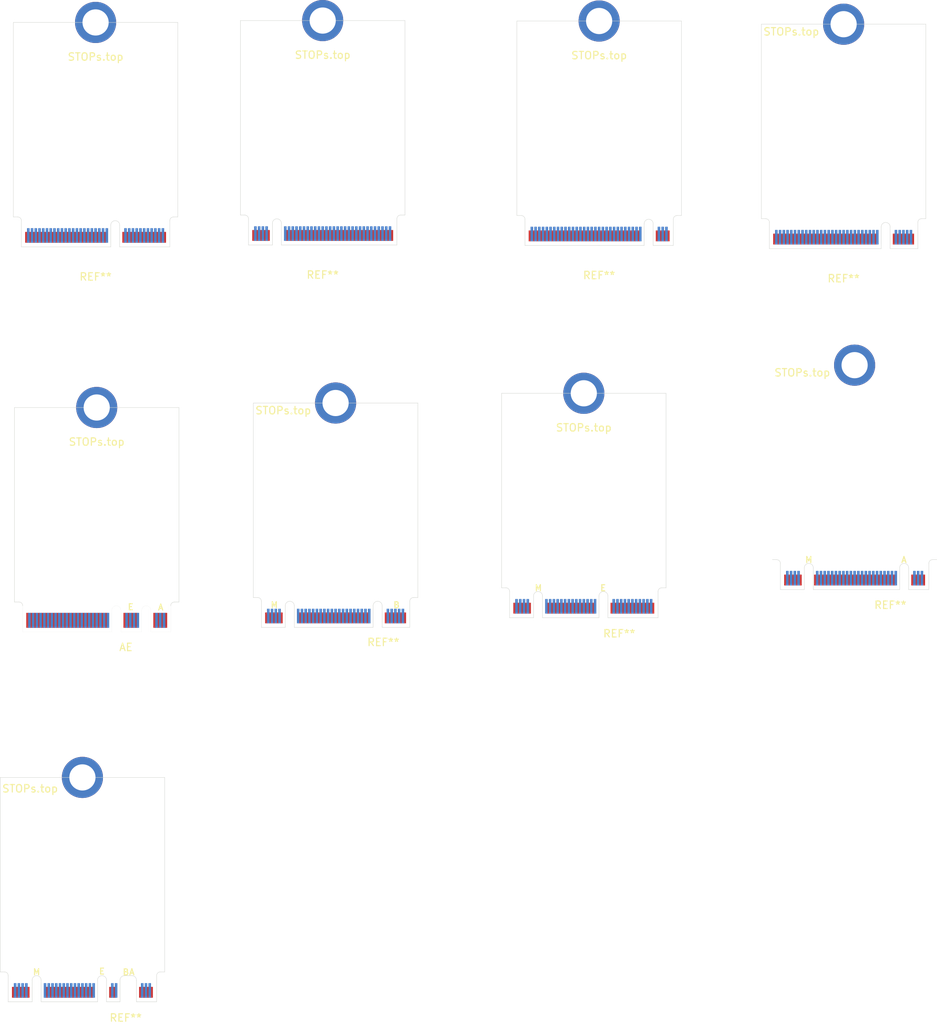
<source format=kicad_pcb>
(kicad_pcb (version 20211014) (generator pcbnew)
  (layers (0 "F.Cu" signal) (31 "B.Cu" signal) (34 "B.Paste" user) (35 "F.Paste" user) (36 "B.SilkS" user "B.Silkscreen") (37 "F.SilkS" user "F.Silkscreen") (38 "B.Mask" user) (39 "F.Mask" user) (44 "Edge.Cuts" user))
  (net 0 "")
  (footprint "m2ngff:m2-2230" (layer "F.Cu") (at 79.58 116.06)
    (fp_text reference "STOPs.top")
    (fp_text value "NGFF-BM2230")
  )
  (footprint "ngff:NGFF_A" (layer "F.Cu") (at 114.83 64.995)
    (fp_text reference "REF**")
    (fp_text value "NGFF_A")
    (fp_line (start 7.225 0) (end 9.925 0) (layer "Edge.Cuts") (width 0.05))
    (fp_line (start -9.925 -3.5) (end -9.925 0) (layer "Edge.Cuts") (width 0.05))
    (fp_line (start 0 0) (end 6.025 0) (layer "Edge.Cuts") (width 0.05))
    (fp_line (start 6.025 0) (end 6.025 -2.9) (layer "Edge.Cuts") (width 0.05))
    (fp_line (start 10.425 -4) (end 11 -4) (layer "Edge.Cuts") (width 0.05))
    (fp_line (start -11 -4) (end -10.425 -4) (layer "Edge.Cuts") (width 0.05))
    (fp_line (start 7.225 -2.9) (end 7.225 0) (layer "Edge.Cuts") (width 0.05))
    (fp_line (start 9.925 0) (end 9.925 -3.5) (layer "Edge.Cuts") (width 0.05))
    (fp_line (start -9.925 0) (end 0 0) (layer "Edge.Cuts") (width 0.05))
    (fp_arc (start -10.425 -4) (mid -10.071447 -3.853553) (end -9.925 -3.5) (layer "Edge.Cuts") (width 0.05))
    (fp_arc (start 6.025 -2.9) (mid 6.625 -3.5) (end 7.225 -2.9) (layer "Edge.Cuts") (width 0.05))
    (fp_arc (start 9.925 -3.5) (mid 10.071447 -3.853553) (end 10.425 -4) (layer "Edge.Cuts") (width 0.05))
  )
  (footprint "ngff:NGFF_BM" (layer "F.Cu") (at 79.58 116.06)
    (fp_text reference "REF**")
    (fp_text value "NGFF_B+M")
    (fp_line (start 5.025 0) (end 5.025 -2.9) (layer "Edge.Cuts") (width 0.05))
    (fp_line (start 10.425 -4) (end 11 -4) (layer "Edge.Cuts") (width 0.05))
    (fp_line (start 9.925 0) (end 9.925 -3.5) (layer "Edge.Cuts") (width 0.05))
    (fp_line (start -6.725 0) (end -6.725 -2.9) (layer "Edge.Cuts") (width 0.05))
    (fp_line (start 0 0) (end 5.025 0) (layer "Edge.Cuts") (width 0.05))
    (fp_line (start 6.225 -2.9) (end 6.225 0) (layer "Edge.Cuts") (width 0.05))
    (fp_line (start -9.925 -3.5) (end -9.925 0) (layer "Edge.Cuts") (width 0.05))
    (fp_line (start -5.525 0) (end 0 0) (layer "Edge.Cuts") (width 0.05))
    (fp_line (start -11 -4) (end -10.425 -4) (layer "Edge.Cuts") (width 0.05))
    (fp_line (start 6.225 0) (end 9.925 0) (layer "Edge.Cuts") (width 0.05))
    (fp_line (start -9.925 0) (end -6.725 0) (layer "Edge.Cuts") (width 0.05))
    (fp_line (start -5.525 -2.9) (end -5.525 0) (layer "Edge.Cuts") (width 0.05))
    (fp_arc (start -6.725 -2.9) (mid -6.125 -3.5) (end -5.525 -2.9) (layer "Edge.Cuts") (width 0.05))
    (fp_arc (start 9.925 -3.5) (mid 10.071447 -3.853553) (end 10.425 -4) (layer "Edge.Cuts") (width 0.05))
    (fp_arc (start 5.025 -2.9) (mid 5.625 -3.5) (end 6.225 -2.9) (layer "Edge.Cuts") (width 0.05))
    (fp_arc (start -10.425 -4) (mid -10.071447 -3.853553) (end -9.925 -3.5) (layer "Edge.Cuts") (width 0.05))
  )
  (footprint "ngff:NGFF_AM" (layer "F.Cu") (at 149 111)
    (fp_text reference "REF**")
    (fp_text value "NGFF_AM")
    (fp_line (start -11 -4) (end -10.425 -4) (layer "Edge.Cuts") (width 0.05))
    (fp_line (start 9.925 0) (end 9.925 -3.5) (layer "Edge.Cuts") (width 0.05))
    (fp_line (start 7.225 0) (end 9.925 0) (layer "Edge.Cuts") (width 0.05))
    (fp_line (start -5.525 0) (end 6.025 0) (layer "Edge.Cuts") (width 0.05))
    (fp_line (start -6.725 0) (end -6.725 -2.9) (layer "Edge.Cuts") (width 0.05))
    (fp_line (start -5.525 -2.9) (end -5.525 0) (layer "Edge.Cuts") (width 0.05))
    (fp_line (start 10.425 -4) (end 11 -4) (layer "Edge.Cuts") (width 0.05))
    (fp_line (start -9.925 0) (end -6.725 0) (layer "Edge.Cuts") (width 0.05))
    (fp_line (start -9.925 -3.5) (end -9.925 0) (layer "Edge.Cuts") (width 0.05))
    (fp_line (start 6.025 0) (end 6.025 -2.9) (layer "Edge.Cuts") (width 0.05))
    (fp_line (start 7.225 -2.9) (end 7.225 0) (layer "Edge.Cuts") (width 0.05))
    (fp_arc (start 9.925 -3.5) (mid 10.071447 -3.853553) (end 10.425 -4) (layer "Edge.Cuts") (width 0.05))
    (fp_arc (start -6.725 -2.9) (mid -6.125 -3.5) (end -5.525 -2.9) (layer "Edge.Cuts") (width 0.05))
    (fp_arc (start -10.425 -4) (mid -10.071447 -3.853553) (end -9.925 -3.5) (layer "Edge.Cuts") (width 0.05))
    (fp_arc (start 6.025 -2.9) (mid 6.625 -3.5) (end 7.225 -2.9) (layer "Edge.Cuts") (width 0.05))
  )
  (footprint "ngff:NGFF_B" (layer "F.Cu") (at 147.53 65.42)
    (fp_text reference "REF**")
    (fp_text value "NGFF_B")
    (fp_line (start 0 0) (end 5.025 0) (layer "Edge.Cuts") (width 0.05))
    (fp_line (start 6.225 -2.9) (end 6.225 0) (layer "Edge.Cuts") (width 0.05))
    (fp_line (start 10.425 -4) (end 11 -4) (layer "Edge.Cuts") (width 0.05))
    (fp_line (start -9.925 -3.5) (end -9.925 0) (layer "Edge.Cuts") (width 0.05))
    (fp_line (start -11 -4) (end -10.425 -4) (layer "Edge.Cuts") (width 0.05))
    (fp_line (start 5.025 0) (end 5.025 -2.9) (layer "Edge.Cuts") (width 0.05))
    (fp_line (start 9.925 0) (end 9.925 -3.5) (layer "Edge.Cuts") (width 0.05))
    (fp_line (start 6.225 0) (end 9.925 0) (layer "Edge.Cuts") (width 0.05))
    (fp_line (start -9.925 0) (end 0 0) (layer "Edge.Cuts") (width 0.05))
    (fp_arc (start -10.425 -4) (mid -10.071447 -3.853553) (end -9.925 -3.5) (layer "Edge.Cuts") (width 0.05))
    (fp_arc (start 9.925 -3.5) (mid 10.071447 -3.853553) (end 10.425 -4) (layer "Edge.Cuts") (width 0.05))
    (fp_arc (start 5.025 -2.9) (mid 5.625 -3.5) (end 6.225 -2.9) (layer "Edge.Cuts") (width 0.05))
  )
  (footprint "m2ngff:m2-2230" (layer "F.Cu") (at 77.855 64.935)
    (fp_text reference "STOPs.top")
    (fp_text value "NGFF-BM2230")
  )
  (footprint "ngff:NGFF_E" (layer "F.Cu") (at 47.48 65.185)
    (fp_text reference "REF**")
    (fp_text value "NGFF_E")
    (fp_line (start 9.925 0) (end 9.925 -3.5) (layer "Edge.Cuts") (width 0.05))
    (fp_line (start 3.225 -2.9) (end 3.225 0) (layer "Edge.Cuts") (width 0.05))
    (fp_line (start 0 0) (end 2.025 0) (layer "Edge.Cuts") (width 0.05))
    (fp_line (start 10.425 -4) (end 11 -4) (layer "Edge.Cuts") (width 0.05))
    (fp_line (start -11 -4) (end -10.425 -4) (layer "Edge.Cuts") (width 0.05))
    (fp_line (start -9.925 -3.5) (end -9.925 0) (layer "Edge.Cuts") (width 0.05))
    (fp_line (start -9.925 0) (end 0 0) (layer "Edge.Cuts") (width 0.05))
    (fp_line (start 2.025 0) (end 2.025 -2.9) (layer "Edge.Cuts") (width 0.05))
    (fp_line (start 3.225 0) (end 9.925 0) (layer "Edge.Cuts") (width 0.05))
    (fp_arc (start 2.025 -2.9) (mid 2.625 -3.5) (end 3.225 -2.9) (layer "Edge.Cuts") (width 0.05))
    (fp_arc (start 9.925 -3.5) (mid 10.071447 -3.853553) (end 10.425 -4) (layer "Edge.Cuts") (width 0.05))
    (fp_arc (start -10.425 -4) (mid -10.071447 -3.853553) (end -9.925 -3.5) (layer "Edge.Cuts") (width 0.05))
  )
  (footprint "m2ngff:m2-2230" (layer "F.Cu") (at 112.78 114.76)
    (fp_text reference "STOPs.top")
    (fp_text value "NGFF-BM2230")
  )
  (footprint "m2ngff:m2-2230" (layer "F.Cu") (at 47.48 65.185)
    (fp_text reference "STOPs.top")
    (fp_text value "NGFF-BM2230")
  )
  (footprint "ngff:NGFF_MEBA" (layer "F.Cu") (at 45.72 166.11)
    (fp_text reference "REF**")
    (fp_text value "NGFF_MEBA")
    (fp_line (start -5.525 0) (end 2.025 0) (layer "Edge.Cuts") (width 0.05))
    (fp_line (start 7.225 0) (end 9.925 0) (layer "Edge.Cuts") (width 0.05))
    (fp_line (start -5.525 -2.9) (end -5.525 0) (layer "Edge.Cuts") (width 0.05))
    (fp_line (start 5.025 0) (end 5.025 -2.9) (layer "Edge.Cuts") (width 0.05))
    (fp_line (start 10.425 -4) (end 11 -4) (layer "Edge.Cuts") (width 0.05))
    (fp_line (start 5.625 -3.5) (end 6.625 -3.5) (layer "Edge.Cuts") (width 0.05))
    (fp_line (start -6.725 0) (end -6.725 -2.9) (layer "Edge.Cuts") (width 0.05))
    (fp_line (start -9.925 -3.5) (end -9.925 0) (layer "Edge.Cuts") (width 0.05))
    (fp_line (start 2.025 0) (end 2.025 -2.9) (layer "Edge.Cuts") (width 0.05))
    (fp_line (start 7.225 -2.9) (end 7.225 0) (layer "Edge.Cuts") (width 0.05))
    (fp_line (start 9.925 0) (end 9.925 -3.5) (layer "Edge.Cuts") (width 0.05))
    (fp_line (start 3.225 0) (end 5.025 0) (layer "Edge.Cuts") (width 0.05))
    (fp_line (start -9.925 0) (end -6.725 0) (layer "Edge.Cuts") (width 0.05))
    (fp_line (start 3.225 -2.9) (end 3.225 0) (layer "Edge.Cuts") (width 0.05))
    (fp_line (start -11 -4) (end -10.425 -4) (layer "Edge.Cuts") (width 0.05))
    (fp_arc (start -6.725 -2.9) (mid -6.125 -3.5) (end -5.525 -2.9) (layer "Edge.Cuts") (width 0.05))
    (fp_arc (start 2.025 -2.9) (mid 2.625 -3.5) (end 3.225 -2.9) (layer "Edge.Cuts") (width 0.05))
    (fp_arc (start 6.625 -3.5) (mid 7.049264 -3.324264) (end 7.225 -2.9) (layer "Edge.Cuts") (width 0.05))
    (fp_arc (start 9.925 -3.5) (mid 10.071447 -3.853553) (end 10.425 -4) (layer "Edge.Cuts") (width 0.05))
    (fp_arc (start -10.425 -4) (mid -10.071447 -3.853553) (end -9.925 -3.5) (layer "Edge.Cuts") (width 0.05))
    (fp_arc (start 5.025 -2.9) (mid 5.200736 -3.324264) (end 5.625 -3.5) (layer "Edge.Cuts") (width 0.05))
  )
  (footprint "ngff:NGFF_M" (layer "F.Cu") (at 77.855 64.935)
    (fp_text reference "REF**")
    (fp_text value "NGFF_M")
    (fp_line (start 0 0) (end 9.925 0) (layer "Edge.Cuts") (width 0.05))
    (fp_line (start -5.525 -2.9) (end -5.525 0) (layer "Edge.Cuts") (width 0.05))
    (fp_line (start 9.925 0) (end 9.925 -3.5) (layer "Edge.Cuts") (width 0.05))
    (fp_line (start -5.525 0) (end 0 0) (layer "Edge.Cuts") (width 0.05))
    (fp_line (start -9.925 0) (end -6.725 0) (layer "Edge.Cuts") (width 0.05))
    (fp_line (start -9.925 -3.5) (end -9.925 0) (layer "Edge.Cuts") (width 0.05))
    (fp_line (start -11 -4) (end -10.425 -4) (layer "Edge.Cuts") (width 0.05))
    (fp_line (start 10.425 -4) (end 11 -4) (layer "Edge.Cuts") (width 0.05))
    (fp_line (start -6.725 0) (end -6.725 -2.9) (layer "Edge.Cuts") (width 0.05))
    (fp_arc (start -10.425 -4) (mid -10.071447 -3.853553) (end -9.925 -3.5) (layer "Edge.Cuts") (width 0.05))
    (fp_arc (start -6.725 -2.9) (mid -6.125 -3.5) (end -5.525 -2.9) (layer "Edge.Cuts") (width 0.05))
    (fp_arc (start 9.925 -3.5) (mid 10.071447 -3.853553) (end 10.425 -4) (layer "Edge.Cuts") (width 0.05))
  )
  (footprint "NGFF:NGFF_2230" (layer "F.Cu") (at 45.72 166.11)
    (fp_text reference "STOPs.top")
    (fp_text value "NGFF-BM2230")
  )
  (footprint "ngff:NGFF_ME" (layer "F.Cu") (at 112.78 114.76)
    (fp_text reference "REF**")
    (fp_text value "NGFF_ME")
    (fp_line (start -6.725 0) (end -6.725 -2.9) (layer "Edge.Cuts") (width 0.05))
    (fp_line (start 2.025 0) (end 2.025 -2.9) (layer "Edge.Cuts") (width 0.05))
    (fp_line (start 9.925 0) (end 9.925 -3.5) (layer "Edge.Cuts") (width 0.05))
    (fp_line (start 10.425 -4) (end 11 -4) (layer "Edge.Cuts") (width 0.05))
    (fp_line (start -5.525 0) (end 2.025 0) (layer "Edge.Cuts") (width 0.05))
    (fp_line (start -11 -4) (end -10.425 -4) (layer "Edge.Cuts") (width 0.05))
    (fp_line (start 3.225 -2.9) (end 3.225 0) (layer "Edge.Cuts") (width 0.05))
    (fp_line (start -9.925 0) (end -6.725 0) (layer "Edge.Cuts") (width 0.05))
    (fp_line (start -9.925 -3.5) (end -9.925 0) (layer "Edge.Cuts") (width 0.05))
    (fp_line (start 3.225 0) (end 9.925 0) (layer "Edge.Cuts") (width 0.05))
    (fp_line (start -5.525 -2.9) (end -5.525 0) (layer "Edge.Cuts") (width 0.05))
    (fp_arc (start 9.925 -3.5) (mid 10.071447 -3.853553) (end 10.425 -4) (layer "Edge.Cuts") (width 0.05))
    (fp_arc (start -10.425 -4) (mid -10.071447 -3.853553) (end -9.925 -3.5) (layer "Edge.Cuts") (width 0.05))
    (fp_arc (start 2.025 -2.9) (mid 2.625 -3.5) (end 3.225 -2.9) (layer "Edge.Cuts") (width 0.05))
    (fp_arc (start -6.725 -2.9) (mid -6.125 -3.5) (end -5.525 -2.9) (layer "Edge.Cuts") (width 0.05))
  )
  (footprint "ngff:NGFF_AE" (layer "F.Cu") (at 47.63 116.66)
    (fp_text reference "AE")
    (fp_text value "NGFF_AE")
    (fp_line (start -9.9 0) (end -9.9 -3.5) (layer "Edge.Cuts") (width 0.01))
    (fp_line (start 7.225 0) (end 9.9 0) (layer "Edge.Cuts") (width 0.01))
    (fp_line (start 3.225 0) (end 3.225 -2.9) (layer "Edge.Cuts") (width 0.01))
    (fp_line (start -9.9 0) (end 2.025 0) (layer "Edge.Cuts") (width 0.01))
    (fp_line (start 6.025 0) (end 6.025 -2.9) (layer "Edge.Cuts") (width 0.01))
    (fp_line (start 3.225 0) (end 6.025 0) (layer "Edge.Cuts") (width 0.01))
    (fp_line (start 11 -4) (end 10.4 -4) (layer "Edge.Cuts") (width 0.05))
    (fp_line (start -11 -4) (end -10.4 -4) (layer "Edge.Cuts") (width 0.05))
    (fp_line (start 2.025 0) (end 2.025 -2.9) (layer "Edge.Cuts") (width 0.01))
    (fp_line (start 7.225 0) (end 7.225 -2.9) (layer "Edge.Cuts") (width 0.01))
    (fp_line (start 9.9 0) (end 9.9 -3.5) (layer "Edge.Cuts") (width 0.01))
    (fp_arc (start -10.4 -4) (mid -10.046447 -3.853553) (end -9.9 -3.5) (layer "Edge.Cuts") (width 0.05))
    (fp_arc (start 2.025 -2.9) (mid 2.625 -3.5) (end 3.225 -2.9) (layer "Edge.Cuts") (width 0.01))
    (fp_arc (start 6.025 -2.9) (mid 6.625 -3.5) (end 7.225 -2.9) (layer "Edge.Cuts") (width 0.01))
    (fp_arc (start 9.9 -3.5) (mid 10.046447 -3.853553) (end 10.4 -4) (layer "Edge.Cuts") (width 0.05))
  )
  (footprint "NGFF:m2-2230" (layer "F.Cu") (at 149 111)
    (fp_text reference "STOPs.top")
    (fp_text value "NGFF-2230")
  )
  (footprint "m2ngff:m2-2230" (layer "F.Cu") (at 114.83 64.995)
    (fp_text reference "STOPs.top")
    (fp_text value "NGFF-BM2230")
  )
  (footprint "m2ngff:m2-2230" (layer "F.Cu") (at 147.53 65.42)
    (fp_text reference "STOPs.top")
    (fp_text value "NGFF-BM2230")
  )
  (footprint "m2ngff:m2-2230" (layer "F.Cu") (at 47.63 116.66)
    (fp_text reference "STOPs.top")
    (fp_text value "NGFF-2230")
  )
  (gr_line (start 88.855 34.935) (end 88.855 60.935) (layer "Edge.Cuts") (width 0.05))
  (gr_line (start 90.58 86.06) (end 90.58 112.06) (layer "Edge.Cuts") (width 0.05))
  (gr_line (start 36.63 112.66) (end 36.63 86.66) (layer "Edge.Cuts") (width 0.05))
  (gr_line (start 123.78 84.76) (end 123.78 110.76) (layer "Edge.Cuts") (width 0.05))
  (gr_line (start 58.63 86.66) (end 58.63 112.66) (layer "Edge.Cuts") (width 0.05))
  (gr_line (start 125.83 34.995) (end 125.83 60.995) (layer "Edge.Cuts") (width 0.05))
  (gr_line (start 136.53 35.42) (end 158.53 35.42) (layer "Edge.Cuts") (width 0.05))
  (gr_line (start 103.83 34.995) (end 125.83 34.995) (layer "Edge.Cuts") (width 0.05))
  (gr_line (start 58.48 35.185) (end 58.48 61.185) (layer "Edge.Cuts") (width 0.05))
  (gr_line (start 101.78 84.76) (end 123.78 84.76) (layer "Edge.Cuts") (width 0.05))
  (gr_line (start 68.58 112.06) (end 68.58 86.06) (layer "Edge.Cuts") (width 0.05))
  (gr_line (start 66.855 34.935) (end 88.855 34.935) (layer "Edge.Cuts") (width 0.05))
  (gr_line (start 36.63 86.66) (end 58.63 86.66) (layer "Edge.Cuts") (width 0.05))
  (gr_line (start 158.53 35.42) (end 158.53 61.42) (layer "Edge.Cuts") (width 0.05))
  (gr_line (start 66.855 60.935) (end 66.855 34.935) (layer "Edge.Cuts") (width 0.05))
  (gr_line (start 56.72 136.11) (end 56.72 162.11) (layer "Edge.Cuts") (width 0.05))
  (gr_line (start 34.72 136.11) (end 56.72 136.11) (layer "Edge.Cuts") (width 0.05))
  (gr_line (start 36.48 61.185) (end 36.48 35.185) (layer "Edge.Cuts") (width 0.05))
  (gr_line (start 136.53 61.42) (end 136.53 35.42) (layer "Edge.Cuts") (width 0.05))
  (gr_line (start 36.48 35.185) (end 58.48 35.185) (layer "Edge.Cuts") (width 0.05))
  (gr_line (start 34.72 162.11) (end 34.72 136.11) (layer "Edge.Cuts") (width 0.05))
  (gr_line (start 68.58 86.06) (end 90.58 86.06) (layer "Edge.Cuts") (width 0.05))
  (gr_line (start 103.83 60.995) (end 103.83 34.995) (layer "Edge.Cuts") (width 0.05))
  (gr_line (start 101.78 110.76) (end 101.78 84.76) (layer "Edge.Cuts") (width 0.05))
)
</source>
